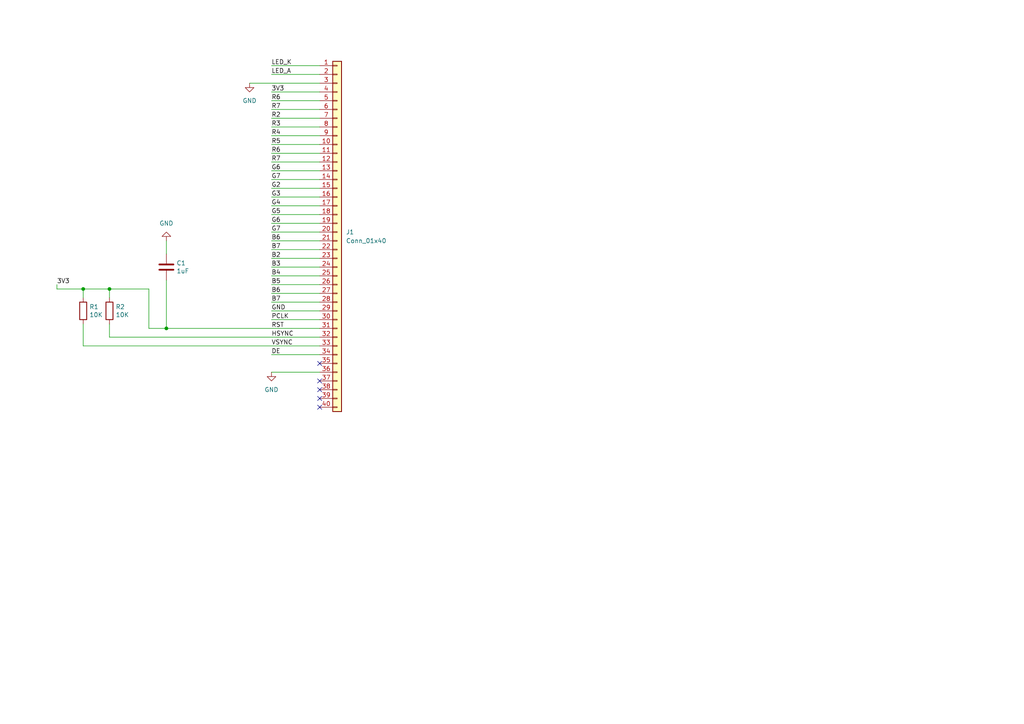
<source format=kicad_sch>
(kicad_sch (version 20230121) (generator eeschema)
  (paper "A4")
  (lib_symbols
    (symbol "Connector_Generic:Conn_01x40" (pin_names (offset 1.016) hide)
      (property "Reference" "J" (at 0 50.8 0))
      (property "Value" "Conn_01x40" (at 0 -53.34 0))
      (symbol "Conn_01x40_1_1"
        (rectangle (start -1.27 -50.673) (end 0 -50.927) (stroke (width 0.1524)))
        (rectangle (start -1.27 -48.133) (end 0 -48.387) (stroke (width 0.1524)))
        (rectangle (start -1.27 -45.593) (end 0 -45.847) (stroke (width 0.1524)))
        (rectangle (start -1.27 -43.053) (end 0 -43.307) (stroke (width 0.1524)))
        (rectangle (start -1.27 -40.513) (end 0 -40.767) (stroke (width 0.1524)))
        (rectangle (start -1.27 -37.973) (end 0 -38.227) (stroke (width 0.1524)))
        (rectangle (start -1.27 -35.433) (end 0 -35.687) (stroke (width 0.1524)))
        (rectangle (start -1.27 -32.893) (end 0 -33.147) (stroke (width 0.1524)))
        (rectangle (start -1.27 -30.353) (end 0 -30.607) (stroke (width 0.1524)))
        (rectangle (start -1.27 -27.813) (end 0 -28.067) (stroke (width 0.1524)))
        (rectangle (start -1.27 -25.273) (end 0 -25.527) (stroke (width 0.1524)))
        (rectangle (start -1.27 -22.733) (end 0 -22.987) (stroke (width 0.1524)))
        (rectangle (start -1.27 -20.193) (end 0 -20.447) (stroke (width 0.1524)))
        (rectangle (start -1.27 -17.653) (end 0 -17.907) (stroke (width 0.1524)))
        (rectangle (start -1.27 -15.113) (end 0 -15.367) (stroke (width 0.1524)))
        (rectangle (start -1.27 -12.573) (end 0 -12.827) (stroke (width 0.1524)))
        (rectangle (start -1.27 -10.033) (end 0 -10.287) (stroke (width 0.1524)))
        (rectangle (start -1.27 -7.493) (end 0 -7.747) (stroke (width 0.1524)))
        (rectangle (start -1.27 -4.953) (end 0 -5.207) (stroke (width 0.1524)))
        (rectangle (start -1.27 -2.413) (end 0 -2.667) (stroke (width 0.1524)))
        (rectangle (start -1.27 0.127) (end 0 -0.127) (stroke (width 0.1524)))
        (rectangle (start -1.27 2.667) (end 0 2.413) (stroke (width 0.1524)))
        (rectangle (start -1.27 5.207) (end 0 4.953) (stroke (width 0.1524)))
        (rectangle (start -1.27 7.747) (end 0 7.493) (stroke (width 0.1524)))
        (rectangle (start -1.27 10.287) (end 0 10.033) (stroke (width 0.1524)))
        (rectangle (start -1.27 12.827) (end 0 12.573) (stroke (width 0.1524)))
        (rectangle (start -1.27 15.367) (end 0 15.113) (stroke (width 0.1524)))
        (rectangle (start -1.27 17.907) (end 0 17.653) (stroke (width 0.1524)))
        (rectangle (start -1.27 20.447) (end 0 20.193) (stroke (width 0.1524)))
        (rectangle (start -1.27 22.987) (end 0 22.733) (stroke (width 0.1524)))
        (rectangle (start -1.27 25.527) (end 0 25.273) (stroke (width 0.1524)))
        (rectangle (start -1.27 28.067) (end 0 27.813) (stroke (width 0.1524)))
        (rectangle (start -1.27 30.607) (end 0 30.353) (stroke (width 0.1524)))
        (rectangle (start -1.27 33.147) (end 0 32.893) (stroke (width 0.1524)))
        (rectangle (start -1.27 35.687) (end 0 35.433) (stroke (width 0.1524)))
        (rectangle (start -1.27 38.227) (end 0 37.973) (stroke (width 0.1524)))
        (rectangle (start -1.27 40.767) (end 0 40.513) (stroke (width 0.1524)))
        (rectangle (start -1.27 43.307) (end 0 43.053) (stroke (width 0.1524)))
        (rectangle (start -1.27 45.847) (end 0 45.593) (stroke (width 0.1524)))
        (rectangle (start -1.27 48.387) (end 0 48.133) (stroke (width 0.1524)))
        (rectangle (start -1.27 49.53) (end 1.27 -52.07) (stroke (width 0.254)) (fill (type background)))
        (pin passive line (at -5.08 48.26 0) (length 3.81) (name "Pin_1") (number "1"))
        (pin passive line (at -5.08 25.4 0) (length 3.81) (name "Pin_10") (number "10"))
        (pin passive line (at -5.08 22.86 0) (length 3.81) (name "Pin_11") (number "11"))
        (pin passive line (at -5.08 20.32 0) (length 3.81) (name "Pin_12") (number "12"))
        (pin passive line (at -5.08 17.78 0) (length 3.81) (name "Pin_13") (number "13"))
        (pin passive line (at -5.08 15.24 0) (length 3.81) (name "Pin_14") (number "14"))
        (pin passive line (at -5.08 12.7 0) (length 3.81) (name "Pin_15") (number "15"))
        (pin passive line (at -5.08 10.16 0) (length 3.81) (name "Pin_16") (number "16"))
        (pin passive line (at -5.08 7.62 0) (length 3.81) (name "Pin_17") (number "17"))
        (pin passive line (at -5.08 5.08 0) (length 3.81) (name "Pin_18") (number "18"))
        (pin passive line (at -5.08 2.54 0) (length 3.81) (name "Pin_19") (number "19"))
        (pin passive line (at -5.08 45.72 0) (length 3.81) (name "Pin_2") (number "2"))
        (pin passive line (at -5.08 0 0) (length 3.81) (name "Pin_20") (number "20"))
        (pin passive line (at -5.08 -2.54 0) (length 3.81) (name "Pin_21") (number "21"))
        (pin passive line (at -5.08 -5.08 0) (length 3.81) (name "Pin_22") (number "22"))
        (pin passive line (at -5.08 -7.62 0) (length 3.81) (name "Pin_23") (number "23"))
        (pin passive line (at -5.08 -10.16 0) (length 3.81) (name "Pin_24") (number "24"))
        (pin passive line (at -5.08 -12.7 0) (length 3.81) (name "Pin_25") (number "25"))
        (pin passive line (at -5.08 -15.24 0) (length 3.81) (name "Pin_26") (number "26"))
        (pin passive line (at -5.08 -17.78 0) (length 3.81) (name "Pin_27") (number "27"))
        (pin passive line (at -5.08 -20.32 0) (length 3.81) (name "Pin_28") (number "28"))
        (pin passive line (at -5.08 -22.86 0) (length 3.81) (name "Pin_29") (number "29"))
        (pin passive line (at -5.08 43.18 0) (length 3.81) (name "Pin_3") (number "3"))
        (pin passive line (at -5.08 -25.4 0) (length 3.81) (name "Pin_30") (number "30"))
        (pin passive line (at -5.08 -27.94 0) (length 3.81) (name "Pin_31") (number "31"))
        (pin passive line (at -5.08 -30.48 0) (length 3.81) (name "Pin_32") (number "32"))
        (pin passive line (at -5.08 -33.02 0) (length 3.81) (name "Pin_33") (number "33"))
        (pin passive line (at -5.08 -35.56 0) (length 3.81) (name "Pin_34") (number "34"))
        (pin passive line (at -5.08 -38.1 0) (length 3.81) (name "Pin_35") (number "35"))
        (pin passive line (at -5.08 -40.64 0) (length 3.81) (name "Pin_36") (number "36"))
        (pin passive line (at -5.08 -43.18 0) (length 3.81) (name "Pin_37") (number "37"))
        (pin passive line (at -5.08 -45.72 0) (length 3.81) (name "Pin_38") (number "38"))
        (pin passive line (at -5.08 -48.26 0) (length 3.81) (name "Pin_39") (number "39"))
        (pin passive line (at -5.08 40.64 0) (length 3.81) (name "Pin_4") (number "4"))
        (pin passive line (at -5.08 -50.8 0) (length 3.81) (name "Pin_40") (number "40"))
        (pin passive line (at -5.08 38.1 0) (length 3.81) (name "Pin_5") (number "5"))
        (pin passive line (at -5.08 35.56 0) (length 3.81) (name "Pin_6") (number "6"))
        (pin passive line (at -5.08 33.02 0) (length 3.81) (name "Pin_7") (number "7"))
        (pin passive line (at -5.08 30.48 0) (length 3.81) (name "Pin_8") (number "8"))
        (pin passive line (at -5.08 27.94 0) (length 3.81) (name "Pin_9") (number "9"))
      )
    )
    (symbol "Device:C" (pin_numbers hide) (pin_names (offset 0.254))
      (property "Reference" "C" (at 0.635 2.54 0))
      (property "Value" "C" (at 0.635 -2.54 0))
      (symbol "C_0_1"
        (polyline (pts (xy -2.032 -0.762) (xy 2.032 -0.762)) (stroke (width 0.508)))
        (polyline (pts (xy -2.032 0.762) (xy 2.032 0.762)) (stroke (width 0.508)))
      )
      (symbol "C_1_1"
        (pin passive line (at 0 3.81 270) (length 2.794) (name "~") (number "1"))
        (pin passive line (at 0 -3.81 90) (length 2.794) (name "~") (number "2"))
      )
    )
    (symbol "Device:R" (pin_numbers hide) (pin_names (offset 0))
      (property "Reference" "R" (at 2.032 0 90))
      (property "Value" "R" (at 0 0 90))
      (symbol "R_0_1"
        (rectangle (start -1.016 -2.54) (end 1.016 2.54) (stroke (width 0.254)))
      )
      (symbol "R_1_1"
        (pin passive line (at 0 3.81 270) (length 1.27) (name "~") (number "1"))
        (pin passive line (at 0 -3.81 90) (length 1.27) (name "~") (number "2"))
      )
    )
    (symbol "power:GND" (power) (pin_names (offset 0))
      (property "Value" "GND" (at 0 -3.81 0))
      (symbol "GND_0_1"
        (polyline (pts (xy 0 0) (xy 0 -1.27) (xy 1.27 -1.27) (xy 0 -2.54) (xy -1.27 -1.27) (xy 0 -1.27)))
      )
      (symbol "GND_1_1"
        (pin power_in line (at 0 0 270) (length 0) hide (name "GND") (number "1"))
      )
    )
  )
  (junction (at 24.13 83.82))
  (junction (at 31.75 83.82))
  (junction (at 48.26 95.25))
  (no_connect (at 92.71 115.57))
  (no_connect (at 92.71 113.03))
  (no_connect (at 92.71 118.11))
  (no_connect (at 92.71 110.49))
  (no_connect (at 92.71 105.41))
  (wire (pts (xy 78.74 62.23) (xy 92.71 62.23)))
  (wire (pts (xy 48.26 69.85) (xy 48.26 73.66)))
  (wire (pts (xy 31.75 83.82) (xy 43.18 83.82)))
  (wire (pts (xy 78.74 44.45) (xy 92.71 44.45)))
  (wire (pts (xy 78.74 39.37) (xy 92.71 39.37)))
  (wire (pts (xy 16.51 83.82) (xy 24.13 83.82)))
  (wire (pts (xy 78.74 36.83) (xy 92.71 36.83)))
  (wire (pts (xy 78.74 64.77) (xy 92.71 64.77)))
  (wire (pts (xy 24.13 83.82) (xy 24.13 86.36)))
  (wire (pts (xy 24.13 83.82) (xy 31.75 83.82)))
  (wire (pts (xy 78.74 102.87) (xy 92.71 102.87)))
  (wire (pts (xy 24.13 93.98) (xy 24.13 100.33)))
  (wire (pts (xy 78.74 85.09) (xy 92.71 85.09)))
  (wire (pts (xy 78.74 77.47) (xy 92.71 77.47)))
  (wire (pts (xy 78.74 69.85) (xy 92.71 69.85)))
  (wire (pts (xy 78.74 46.99) (xy 92.71 46.99)))
  (wire (pts (xy 31.75 97.79) (xy 92.71 97.79)))
  (wire (pts (xy 78.74 52.07) (xy 92.71 52.07)))
  (wire (pts (xy 43.18 83.82) (xy 43.18 95.25)))
  (wire (pts (xy 78.74 49.53) (xy 92.71 49.53)))
  (wire (pts (xy 78.74 74.93) (xy 92.71 74.93)))
  (wire (pts (xy 78.74 26.67) (xy 92.71 26.67)))
  (wire (pts (xy 78.74 29.21) (xy 92.71 29.21)))
  (wire (pts (xy 43.18 95.25) (xy 48.26 95.25)))
  (wire (pts (xy 78.74 59.69) (xy 92.71 59.69)))
  (wire (pts (xy 78.74 92.71) (xy 92.71 92.71)))
  (wire (pts (xy 78.74 21.59) (xy 92.71 21.59)))
  (wire (pts (xy 78.74 80.01) (xy 92.71 80.01)))
  (wire (pts (xy 78.74 31.75) (xy 92.71 31.75)))
  (wire (pts (xy 31.75 83.82) (xy 31.75 86.36)))
  (wire (pts (xy 78.74 57.15) (xy 92.71 57.15)))
  (wire (pts (xy 48.26 95.25) (xy 92.71 95.25)))
  (wire (pts (xy 78.74 67.31) (xy 92.71 67.31)))
  (wire (pts (xy 78.74 107.95) (xy 92.71 107.95)))
  (wire (pts (xy 78.74 34.29) (xy 92.71 34.29)))
  (wire (pts (xy 16.51 82.55) (xy 16.51 83.82)))
  (wire (pts (xy 24.13 100.33) (xy 92.71 100.33)))
  (wire (pts (xy 78.74 19.05) (xy 92.71 19.05)))
  (wire (pts (xy 72.39 24.13) (xy 92.71 24.13)))
  (wire (pts (xy 78.74 82.55) (xy 92.71 82.55)))
  (wire (pts (xy 78.74 90.17) (xy 92.71 90.17)))
  (wire (pts (xy 78.74 72.39) (xy 92.71 72.39)))
  (wire (pts (xy 78.74 41.91) (xy 92.71 41.91)))
  (wire (pts (xy 48.26 81.28) (xy 48.26 95.25)))
  (wire (pts (xy 31.75 93.98) (xy 31.75 97.79)))
  (wire (pts (xy 78.74 54.61) (xy 92.71 54.61)))
  (wire (pts (xy 78.74 87.63) (xy 92.71 87.63)))
  (label "LED_A" (at 78.74 21.59 0))
  (label "B2" (at 78.74 74.93 0))
  (label "B4" (at 78.74 80.01 0))
  (label "R6" (at 78.74 44.45 0))
  (label "3V3" (at 16.51 82.55 0))
  (label "R7" (at 78.74 46.99 0))
  (label "R3" (at 78.74 36.83 0))
  (label "B7" (at 78.74 87.63 0))
  (label "LED_K" (at 78.74 19.05 0))
  (label "B7" (at 78.74 72.39 0))
  (label "R4" (at 78.74 39.37 0))
  (label "G2" (at 78.74 54.61 0))
  (label "R7" (at 78.74 31.75 0))
  (label "VSYNC" (at 78.74 100.33 0))
  (label "B5" (at 78.74 82.55 0))
  (label "3V3" (at 78.74 26.67 0))
  (label "RST" (at 78.74 95.25 0))
  (label "G5" (at 78.74 62.23 0))
  (label "G7" (at 78.74 52.07 0))
  (label "G3" (at 78.74 57.15 0))
  (label "B6" (at 78.74 69.85 0))
  (label "G4" (at 78.74 59.69 0))
  (label "G6" (at 78.74 64.77 0))
  (label "B3" (at 78.74 77.47 0))
  (label "GND" (at 78.74 90.17 0))
  (label "B6" (at 78.74 85.09 0))
  (label "R5" (at 78.74 41.91 0))
  (label "HSYNC" (at 78.74 97.79 0))
  (label "PCLK" (at 78.74 92.71 0))
  (label "DE" (at 78.74 102.87 0))
  (label "G6" (at 78.74 49.53 0))
  (label "R6" (at 78.74 29.21 0))
  (label "G7" (at 78.74 67.31 0))
  (label "R2" (at 78.74 34.29 0))
  (symbol (lib_id "Device:R") (at 24.13 90.17 0) (unit 1)
    (property "Reference" "R1" (at 25.908 89.0016 0) (effects (justify left)))
    (property "Value" "10K" (at 25.908 91.313 0) (effects (justify left)))
    (property "Footprint" "Resistor_SMD:R_0603_1608Metric" (effects hide))
    (property "Tolerance" "1%" (effects hide))
  )
  (symbol (lib_id "Connector_Generic:Conn_01x40") (at 97.79 67.31 0) (unit 1)
    (property "Reference" "J1" (at 100.33 67.3099 0) (effects (justify left)))
    (property "Value" "Conn_01x40" (at 100.33 69.8499 0) (effects (justify left)))
    (property "Footprint" "YZ-Connector:TE_4-1734839-0_1x40-1MP_P0.5mm_Horizontal" (effects hide))
  )
  (symbol (lib_id "power:GND") (at 78.74 107.95 0) (unit 1)
    (property "Reference" "#PWR03" (effects hide))
    (property "Value" "GND" (at 78.74 113.03 0))
  )
  (symbol (lib_id "power:GND") (at 48.26 69.85 180) (unit 1)
    (property "Reference" "#PWR01" (effects hide))
    (property "Value" "GND" (at 48.26 64.77 0))
  )
  (symbol (lib_id "Device:C") (at 48.26 77.47 0) (unit 1)
    (property "Reference" "C1" (at 51.181 76.3016 0) (effects (justify left)))
    (property "Value" "1uF" (at 51.181 78.613 0) (effects (justify left)))
    (property "Footprint" "Capacitor_SMD:C_0805_2012Metric" (effects hide))
    (property "Datasheet" "https://www.murata.com/~/media/webrenewal/support/library/catalog/products/capacitor/mlcc/c03e.ashx?la=en-us" (effects hide))
    (property "MPN" "GCM21BR71H105KA03K" (effects hide))
    (property "MF" "Murata" (effects hide))
  )
  (symbol (lib_id "Device:R") (at 31.75 90.17 0) (unit 1)
    (property "Reference" "R2" (at 33.528 89.0016 0) (effects (justify left)))
    (property "Value" "10K" (at 33.528 91.313 0) (effects (justify left)))
    (property "Footprint" "Resistor_SMD:R_0603_1608Metric" (effects hide))
    (property "Tolerance" "1%" (effects hide))
  )
  (symbol (lib_id "power:GND") (at 72.39 24.13 0) (unit 1)
    (property "Reference" "#PWR02" (effects hide))
    (property "Value" "GND" (at 72.39 29.21 0))
  )
)
</source>
